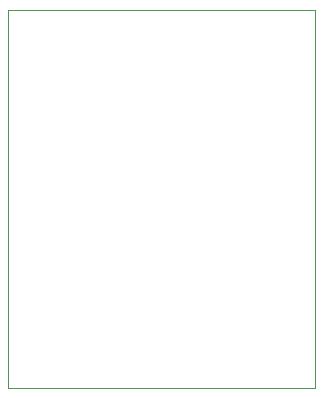
<source format=gko>
G04 #@! TF.FileFunction,Profile,NP*
%FSLAX46Y46*%
G04 Gerber Fmt 4.6, Leading zero omitted, Abs format (unit mm)*
G04 Created by KiCad (PCBNEW (after 2015-mar-04 BZR unknown)-product) date Thu 19 Nov 2015 08:04:08 PM EST*
%MOMM*%
G01*
G04 APERTURE LIST*
%ADD10C,0.100000*%
G04 APERTURE END LIST*
D10*
X152000000Y-89000000D02*
X152000000Y-57000000D01*
X151000000Y-89000000D02*
X152000000Y-89000000D01*
X126000000Y-89000000D02*
X151000000Y-89000000D01*
X126000000Y-57000000D02*
X126000000Y-89000000D01*
X152000000Y-57000000D02*
X126000000Y-57000000D01*
M02*

</source>
